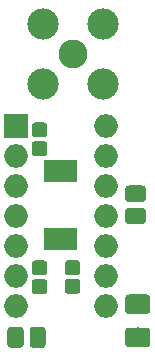
<source format=gbr>
G04 #@! TF.GenerationSoftware,KiCad,Pcbnew,(5.1.4)-1*
G04 #@! TF.CreationDate,2019-09-18T19:17:11-04:00*
G04 #@! TF.ProjectId,clock_buffer,636c6f63-6b5f-4627-9566-6665722e6b69,rev?*
G04 #@! TF.SameCoordinates,Original*
G04 #@! TF.FileFunction,Soldermask,Top*
G04 #@! TF.FilePolarity,Negative*
%FSLAX46Y46*%
G04 Gerber Fmt 4.6, Leading zero omitted, Abs format (unit mm)*
G04 Created by KiCad (PCBNEW (5.1.4)-1) date 2019-09-18 19:17:11*
%MOMM*%
%LPD*%
G04 APERTURE LIST*
%ADD10C,0.100000*%
%ADD11C,1.275000*%
%ADD12C,1.375000*%
%ADD13R,0.810000X1.970000*%
%ADD14C,1.650000*%
%ADD15O,2.000000X2.000000*%
%ADD16R,2.000000X2.000000*%
%ADD17C,2.650000*%
%ADD18C,2.450000*%
G04 APERTURE END LIST*
D10*
G36*
X148723493Y-108863535D02*
G01*
X148754435Y-108868125D01*
X148784778Y-108875725D01*
X148814230Y-108886263D01*
X148842508Y-108899638D01*
X148869338Y-108915719D01*
X148894463Y-108934353D01*
X148917640Y-108955360D01*
X148938647Y-108978537D01*
X148957281Y-109003662D01*
X148973362Y-109030492D01*
X148986737Y-109058770D01*
X148997275Y-109088222D01*
X149004875Y-109118565D01*
X149009465Y-109149507D01*
X149011000Y-109180750D01*
X149011000Y-109818250D01*
X149009465Y-109849493D01*
X149004875Y-109880435D01*
X148997275Y-109910778D01*
X148986737Y-109940230D01*
X148973362Y-109968508D01*
X148957281Y-109995338D01*
X148938647Y-110020463D01*
X148917640Y-110043640D01*
X148894463Y-110064647D01*
X148869338Y-110083281D01*
X148842508Y-110099362D01*
X148814230Y-110112737D01*
X148784778Y-110123275D01*
X148754435Y-110130875D01*
X148723493Y-110135465D01*
X148692250Y-110137000D01*
X147979750Y-110137000D01*
X147948507Y-110135465D01*
X147917565Y-110130875D01*
X147887222Y-110123275D01*
X147857770Y-110112737D01*
X147829492Y-110099362D01*
X147802662Y-110083281D01*
X147777537Y-110064647D01*
X147754360Y-110043640D01*
X147733353Y-110020463D01*
X147714719Y-109995338D01*
X147698638Y-109968508D01*
X147685263Y-109940230D01*
X147674725Y-109910778D01*
X147667125Y-109880435D01*
X147662535Y-109849493D01*
X147661000Y-109818250D01*
X147661000Y-109180750D01*
X147662535Y-109149507D01*
X147667125Y-109118565D01*
X147674725Y-109088222D01*
X147685263Y-109058770D01*
X147698638Y-109030492D01*
X147714719Y-109003662D01*
X147733353Y-108978537D01*
X147754360Y-108955360D01*
X147777537Y-108934353D01*
X147802662Y-108915719D01*
X147829492Y-108899638D01*
X147857770Y-108886263D01*
X147887222Y-108875725D01*
X147917565Y-108868125D01*
X147948507Y-108863535D01*
X147979750Y-108862000D01*
X148692250Y-108862000D01*
X148723493Y-108863535D01*
X148723493Y-108863535D01*
G37*
D11*
X148336000Y-109499500D03*
D10*
G36*
X148723493Y-107288535D02*
G01*
X148754435Y-107293125D01*
X148784778Y-107300725D01*
X148814230Y-107311263D01*
X148842508Y-107324638D01*
X148869338Y-107340719D01*
X148894463Y-107359353D01*
X148917640Y-107380360D01*
X148938647Y-107403537D01*
X148957281Y-107428662D01*
X148973362Y-107455492D01*
X148986737Y-107483770D01*
X148997275Y-107513222D01*
X149004875Y-107543565D01*
X149009465Y-107574507D01*
X149011000Y-107605750D01*
X149011000Y-108243250D01*
X149009465Y-108274493D01*
X149004875Y-108305435D01*
X148997275Y-108335778D01*
X148986737Y-108365230D01*
X148973362Y-108393508D01*
X148957281Y-108420338D01*
X148938647Y-108445463D01*
X148917640Y-108468640D01*
X148894463Y-108489647D01*
X148869338Y-108508281D01*
X148842508Y-108524362D01*
X148814230Y-108537737D01*
X148784778Y-108548275D01*
X148754435Y-108555875D01*
X148723493Y-108560465D01*
X148692250Y-108562000D01*
X147979750Y-108562000D01*
X147948507Y-108560465D01*
X147917565Y-108555875D01*
X147887222Y-108548275D01*
X147857770Y-108537737D01*
X147829492Y-108524362D01*
X147802662Y-108508281D01*
X147777537Y-108489647D01*
X147754360Y-108468640D01*
X147733353Y-108445463D01*
X147714719Y-108420338D01*
X147698638Y-108393508D01*
X147685263Y-108365230D01*
X147674725Y-108335778D01*
X147667125Y-108305435D01*
X147662535Y-108274493D01*
X147661000Y-108243250D01*
X147661000Y-107605750D01*
X147662535Y-107574507D01*
X147667125Y-107543565D01*
X147674725Y-107513222D01*
X147685263Y-107483770D01*
X147698638Y-107455492D01*
X147714719Y-107428662D01*
X147733353Y-107403537D01*
X147754360Y-107380360D01*
X147777537Y-107359353D01*
X147802662Y-107340719D01*
X147829492Y-107324638D01*
X147857770Y-107311263D01*
X147887222Y-107300725D01*
X147917565Y-107293125D01*
X147948507Y-107288535D01*
X147979750Y-107287000D01*
X148692250Y-107287000D01*
X148723493Y-107288535D01*
X148723493Y-107288535D01*
G37*
D11*
X148336000Y-107924500D03*
D10*
G36*
X151517493Y-107263035D02*
G01*
X151548435Y-107267625D01*
X151578778Y-107275225D01*
X151608230Y-107285763D01*
X151636508Y-107299138D01*
X151663338Y-107315219D01*
X151688463Y-107333853D01*
X151711640Y-107354860D01*
X151732647Y-107378037D01*
X151751281Y-107403162D01*
X151767362Y-107429992D01*
X151780737Y-107458270D01*
X151791275Y-107487722D01*
X151798875Y-107518065D01*
X151803465Y-107549007D01*
X151805000Y-107580250D01*
X151805000Y-108217750D01*
X151803465Y-108248993D01*
X151798875Y-108279935D01*
X151791275Y-108310278D01*
X151780737Y-108339730D01*
X151767362Y-108368008D01*
X151751281Y-108394838D01*
X151732647Y-108419963D01*
X151711640Y-108443140D01*
X151688463Y-108464147D01*
X151663338Y-108482781D01*
X151636508Y-108498862D01*
X151608230Y-108512237D01*
X151578778Y-108522775D01*
X151548435Y-108530375D01*
X151517493Y-108534965D01*
X151486250Y-108536500D01*
X150773750Y-108536500D01*
X150742507Y-108534965D01*
X150711565Y-108530375D01*
X150681222Y-108522775D01*
X150651770Y-108512237D01*
X150623492Y-108498862D01*
X150596662Y-108482781D01*
X150571537Y-108464147D01*
X150548360Y-108443140D01*
X150527353Y-108419963D01*
X150508719Y-108394838D01*
X150492638Y-108368008D01*
X150479263Y-108339730D01*
X150468725Y-108310278D01*
X150461125Y-108279935D01*
X150456535Y-108248993D01*
X150455000Y-108217750D01*
X150455000Y-107580250D01*
X150456535Y-107549007D01*
X150461125Y-107518065D01*
X150468725Y-107487722D01*
X150479263Y-107458270D01*
X150492638Y-107429992D01*
X150508719Y-107403162D01*
X150527353Y-107378037D01*
X150548360Y-107354860D01*
X150571537Y-107333853D01*
X150596662Y-107315219D01*
X150623492Y-107299138D01*
X150651770Y-107285763D01*
X150681222Y-107275225D01*
X150711565Y-107267625D01*
X150742507Y-107263035D01*
X150773750Y-107261500D01*
X151486250Y-107261500D01*
X151517493Y-107263035D01*
X151517493Y-107263035D01*
G37*
D11*
X151130000Y-107899000D03*
D10*
G36*
X151517493Y-108838035D02*
G01*
X151548435Y-108842625D01*
X151578778Y-108850225D01*
X151608230Y-108860763D01*
X151636508Y-108874138D01*
X151663338Y-108890219D01*
X151688463Y-108908853D01*
X151711640Y-108929860D01*
X151732647Y-108953037D01*
X151751281Y-108978162D01*
X151767362Y-109004992D01*
X151780737Y-109033270D01*
X151791275Y-109062722D01*
X151798875Y-109093065D01*
X151803465Y-109124007D01*
X151805000Y-109155250D01*
X151805000Y-109792750D01*
X151803465Y-109823993D01*
X151798875Y-109854935D01*
X151791275Y-109885278D01*
X151780737Y-109914730D01*
X151767362Y-109943008D01*
X151751281Y-109969838D01*
X151732647Y-109994963D01*
X151711640Y-110018140D01*
X151688463Y-110039147D01*
X151663338Y-110057781D01*
X151636508Y-110073862D01*
X151608230Y-110087237D01*
X151578778Y-110097775D01*
X151548435Y-110105375D01*
X151517493Y-110109965D01*
X151486250Y-110111500D01*
X150773750Y-110111500D01*
X150742507Y-110109965D01*
X150711565Y-110105375D01*
X150681222Y-110097775D01*
X150651770Y-110087237D01*
X150623492Y-110073862D01*
X150596662Y-110057781D01*
X150571537Y-110039147D01*
X150548360Y-110018140D01*
X150527353Y-109994963D01*
X150508719Y-109969838D01*
X150492638Y-109943008D01*
X150479263Y-109914730D01*
X150468725Y-109885278D01*
X150461125Y-109854935D01*
X150456535Y-109823993D01*
X150455000Y-109792750D01*
X150455000Y-109155250D01*
X150456535Y-109124007D01*
X150461125Y-109093065D01*
X150468725Y-109062722D01*
X150479263Y-109033270D01*
X150492638Y-109004992D01*
X150508719Y-108978162D01*
X150527353Y-108953037D01*
X150548360Y-108929860D01*
X150571537Y-108908853D01*
X150596662Y-108890219D01*
X150623492Y-108874138D01*
X150651770Y-108860763D01*
X150681222Y-108850225D01*
X150711565Y-108842625D01*
X150742507Y-108838035D01*
X150773750Y-108836500D01*
X151486250Y-108836500D01*
X151517493Y-108838035D01*
X151517493Y-108838035D01*
G37*
D11*
X151130000Y-109474000D03*
D10*
G36*
X148723493Y-97179535D02*
G01*
X148754435Y-97184125D01*
X148784778Y-97191725D01*
X148814230Y-97202263D01*
X148842508Y-97215638D01*
X148869338Y-97231719D01*
X148894463Y-97250353D01*
X148917640Y-97271360D01*
X148938647Y-97294537D01*
X148957281Y-97319662D01*
X148973362Y-97346492D01*
X148986737Y-97374770D01*
X148997275Y-97404222D01*
X149004875Y-97434565D01*
X149009465Y-97465507D01*
X149011000Y-97496750D01*
X149011000Y-98134250D01*
X149009465Y-98165493D01*
X149004875Y-98196435D01*
X148997275Y-98226778D01*
X148986737Y-98256230D01*
X148973362Y-98284508D01*
X148957281Y-98311338D01*
X148938647Y-98336463D01*
X148917640Y-98359640D01*
X148894463Y-98380647D01*
X148869338Y-98399281D01*
X148842508Y-98415362D01*
X148814230Y-98428737D01*
X148784778Y-98439275D01*
X148754435Y-98446875D01*
X148723493Y-98451465D01*
X148692250Y-98453000D01*
X147979750Y-98453000D01*
X147948507Y-98451465D01*
X147917565Y-98446875D01*
X147887222Y-98439275D01*
X147857770Y-98428737D01*
X147829492Y-98415362D01*
X147802662Y-98399281D01*
X147777537Y-98380647D01*
X147754360Y-98359640D01*
X147733353Y-98336463D01*
X147714719Y-98311338D01*
X147698638Y-98284508D01*
X147685263Y-98256230D01*
X147674725Y-98226778D01*
X147667125Y-98196435D01*
X147662535Y-98165493D01*
X147661000Y-98134250D01*
X147661000Y-97496750D01*
X147662535Y-97465507D01*
X147667125Y-97434565D01*
X147674725Y-97404222D01*
X147685263Y-97374770D01*
X147698638Y-97346492D01*
X147714719Y-97319662D01*
X147733353Y-97294537D01*
X147754360Y-97271360D01*
X147777537Y-97250353D01*
X147802662Y-97231719D01*
X147829492Y-97215638D01*
X147857770Y-97202263D01*
X147887222Y-97191725D01*
X147917565Y-97184125D01*
X147948507Y-97179535D01*
X147979750Y-97178000D01*
X148692250Y-97178000D01*
X148723493Y-97179535D01*
X148723493Y-97179535D01*
G37*
D11*
X148336000Y-97815500D03*
D10*
G36*
X148723493Y-95604535D02*
G01*
X148754435Y-95609125D01*
X148784778Y-95616725D01*
X148814230Y-95627263D01*
X148842508Y-95640638D01*
X148869338Y-95656719D01*
X148894463Y-95675353D01*
X148917640Y-95696360D01*
X148938647Y-95719537D01*
X148957281Y-95744662D01*
X148973362Y-95771492D01*
X148986737Y-95799770D01*
X148997275Y-95829222D01*
X149004875Y-95859565D01*
X149009465Y-95890507D01*
X149011000Y-95921750D01*
X149011000Y-96559250D01*
X149009465Y-96590493D01*
X149004875Y-96621435D01*
X148997275Y-96651778D01*
X148986737Y-96681230D01*
X148973362Y-96709508D01*
X148957281Y-96736338D01*
X148938647Y-96761463D01*
X148917640Y-96784640D01*
X148894463Y-96805647D01*
X148869338Y-96824281D01*
X148842508Y-96840362D01*
X148814230Y-96853737D01*
X148784778Y-96864275D01*
X148754435Y-96871875D01*
X148723493Y-96876465D01*
X148692250Y-96878000D01*
X147979750Y-96878000D01*
X147948507Y-96876465D01*
X147917565Y-96871875D01*
X147887222Y-96864275D01*
X147857770Y-96853737D01*
X147829492Y-96840362D01*
X147802662Y-96824281D01*
X147777537Y-96805647D01*
X147754360Y-96784640D01*
X147733353Y-96761463D01*
X147714719Y-96736338D01*
X147698638Y-96709508D01*
X147685263Y-96681230D01*
X147674725Y-96651778D01*
X147667125Y-96621435D01*
X147662535Y-96590493D01*
X147661000Y-96559250D01*
X147661000Y-95921750D01*
X147662535Y-95890507D01*
X147667125Y-95859565D01*
X147674725Y-95829222D01*
X147685263Y-95799770D01*
X147698638Y-95771492D01*
X147714719Y-95744662D01*
X147733353Y-95719537D01*
X147754360Y-95696360D01*
X147777537Y-95675353D01*
X147802662Y-95656719D01*
X147829492Y-95640638D01*
X147857770Y-95627263D01*
X147887222Y-95616725D01*
X147917565Y-95609125D01*
X147948507Y-95604535D01*
X147979750Y-95603000D01*
X148692250Y-95603000D01*
X148723493Y-95604535D01*
X148723493Y-95604535D01*
G37*
D11*
X148336000Y-96240500D03*
D10*
G36*
X146681443Y-112893655D02*
G01*
X146714812Y-112898605D01*
X146747535Y-112906802D01*
X146779297Y-112918166D01*
X146809793Y-112932590D01*
X146838727Y-112949932D01*
X146865823Y-112970028D01*
X146890818Y-112992682D01*
X146913472Y-113017677D01*
X146933568Y-113044773D01*
X146950910Y-113073707D01*
X146965334Y-113104203D01*
X146976698Y-113135965D01*
X146984895Y-113168688D01*
X146989845Y-113202057D01*
X146991500Y-113235750D01*
X146991500Y-114348250D01*
X146989845Y-114381943D01*
X146984895Y-114415312D01*
X146976698Y-114448035D01*
X146965334Y-114479797D01*
X146950910Y-114510293D01*
X146933568Y-114539227D01*
X146913472Y-114566323D01*
X146890818Y-114591318D01*
X146865823Y-114613972D01*
X146838727Y-114634068D01*
X146809793Y-114651410D01*
X146779297Y-114665834D01*
X146747535Y-114677198D01*
X146714812Y-114685395D01*
X146681443Y-114690345D01*
X146647750Y-114692000D01*
X145960250Y-114692000D01*
X145926557Y-114690345D01*
X145893188Y-114685395D01*
X145860465Y-114677198D01*
X145828703Y-114665834D01*
X145798207Y-114651410D01*
X145769273Y-114634068D01*
X145742177Y-114613972D01*
X145717182Y-114591318D01*
X145694528Y-114566323D01*
X145674432Y-114539227D01*
X145657090Y-114510293D01*
X145642666Y-114479797D01*
X145631302Y-114448035D01*
X145623105Y-114415312D01*
X145618155Y-114381943D01*
X145616500Y-114348250D01*
X145616500Y-113235750D01*
X145618155Y-113202057D01*
X145623105Y-113168688D01*
X145631302Y-113135965D01*
X145642666Y-113104203D01*
X145657090Y-113073707D01*
X145674432Y-113044773D01*
X145694528Y-113017677D01*
X145717182Y-112992682D01*
X145742177Y-112970028D01*
X145769273Y-112949932D01*
X145798207Y-112932590D01*
X145828703Y-112918166D01*
X145860465Y-112906802D01*
X145893188Y-112898605D01*
X145926557Y-112893655D01*
X145960250Y-112892000D01*
X146647750Y-112892000D01*
X146681443Y-112893655D01*
X146681443Y-112893655D01*
G37*
D12*
X146304000Y-113792000D03*
D10*
G36*
X148556443Y-112893655D02*
G01*
X148589812Y-112898605D01*
X148622535Y-112906802D01*
X148654297Y-112918166D01*
X148684793Y-112932590D01*
X148713727Y-112949932D01*
X148740823Y-112970028D01*
X148765818Y-112992682D01*
X148788472Y-113017677D01*
X148808568Y-113044773D01*
X148825910Y-113073707D01*
X148840334Y-113104203D01*
X148851698Y-113135965D01*
X148859895Y-113168688D01*
X148864845Y-113202057D01*
X148866500Y-113235750D01*
X148866500Y-114348250D01*
X148864845Y-114381943D01*
X148859895Y-114415312D01*
X148851698Y-114448035D01*
X148840334Y-114479797D01*
X148825910Y-114510293D01*
X148808568Y-114539227D01*
X148788472Y-114566323D01*
X148765818Y-114591318D01*
X148740823Y-114613972D01*
X148713727Y-114634068D01*
X148684793Y-114651410D01*
X148654297Y-114665834D01*
X148622535Y-114677198D01*
X148589812Y-114685395D01*
X148556443Y-114690345D01*
X148522750Y-114692000D01*
X147835250Y-114692000D01*
X147801557Y-114690345D01*
X147768188Y-114685395D01*
X147735465Y-114677198D01*
X147703703Y-114665834D01*
X147673207Y-114651410D01*
X147644273Y-114634068D01*
X147617177Y-114613972D01*
X147592182Y-114591318D01*
X147569528Y-114566323D01*
X147549432Y-114539227D01*
X147532090Y-114510293D01*
X147517666Y-114479797D01*
X147506302Y-114448035D01*
X147498105Y-114415312D01*
X147493155Y-114381943D01*
X147491500Y-114348250D01*
X147491500Y-113235750D01*
X147493155Y-113202057D01*
X147498105Y-113168688D01*
X147506302Y-113135965D01*
X147517666Y-113104203D01*
X147532090Y-113073707D01*
X147549432Y-113044773D01*
X147569528Y-113017677D01*
X147592182Y-112992682D01*
X147617177Y-112970028D01*
X147644273Y-112949932D01*
X147673207Y-112932590D01*
X147703703Y-112918166D01*
X147735465Y-112906802D01*
X147768188Y-112898605D01*
X147801557Y-112893655D01*
X147835250Y-112892000D01*
X148522750Y-112892000D01*
X148556443Y-112893655D01*
X148556443Y-112893655D01*
G37*
D12*
X148179000Y-113792000D03*
D10*
G36*
X157053943Y-100944155D02*
G01*
X157087312Y-100949105D01*
X157120035Y-100957302D01*
X157151797Y-100968666D01*
X157182293Y-100983090D01*
X157211227Y-101000432D01*
X157238323Y-101020528D01*
X157263318Y-101043182D01*
X157285972Y-101068177D01*
X157306068Y-101095273D01*
X157323410Y-101124207D01*
X157337834Y-101154703D01*
X157349198Y-101186465D01*
X157357395Y-101219188D01*
X157362345Y-101252557D01*
X157364000Y-101286250D01*
X157364000Y-101973750D01*
X157362345Y-102007443D01*
X157357395Y-102040812D01*
X157349198Y-102073535D01*
X157337834Y-102105297D01*
X157323410Y-102135793D01*
X157306068Y-102164727D01*
X157285972Y-102191823D01*
X157263318Y-102216818D01*
X157238323Y-102239472D01*
X157211227Y-102259568D01*
X157182293Y-102276910D01*
X157151797Y-102291334D01*
X157120035Y-102302698D01*
X157087312Y-102310895D01*
X157053943Y-102315845D01*
X157020250Y-102317500D01*
X155907750Y-102317500D01*
X155874057Y-102315845D01*
X155840688Y-102310895D01*
X155807965Y-102302698D01*
X155776203Y-102291334D01*
X155745707Y-102276910D01*
X155716773Y-102259568D01*
X155689677Y-102239472D01*
X155664682Y-102216818D01*
X155642028Y-102191823D01*
X155621932Y-102164727D01*
X155604590Y-102135793D01*
X155590166Y-102105297D01*
X155578802Y-102073535D01*
X155570605Y-102040812D01*
X155565655Y-102007443D01*
X155564000Y-101973750D01*
X155564000Y-101286250D01*
X155565655Y-101252557D01*
X155570605Y-101219188D01*
X155578802Y-101186465D01*
X155590166Y-101154703D01*
X155604590Y-101124207D01*
X155621932Y-101095273D01*
X155642028Y-101068177D01*
X155664682Y-101043182D01*
X155689677Y-101020528D01*
X155716773Y-101000432D01*
X155745707Y-100983090D01*
X155776203Y-100968666D01*
X155807965Y-100957302D01*
X155840688Y-100949105D01*
X155874057Y-100944155D01*
X155907750Y-100942500D01*
X157020250Y-100942500D01*
X157053943Y-100944155D01*
X157053943Y-100944155D01*
G37*
D12*
X156464000Y-101630000D03*
D10*
G36*
X157053943Y-102819155D02*
G01*
X157087312Y-102824105D01*
X157120035Y-102832302D01*
X157151797Y-102843666D01*
X157182293Y-102858090D01*
X157211227Y-102875432D01*
X157238323Y-102895528D01*
X157263318Y-102918182D01*
X157285972Y-102943177D01*
X157306068Y-102970273D01*
X157323410Y-102999207D01*
X157337834Y-103029703D01*
X157349198Y-103061465D01*
X157357395Y-103094188D01*
X157362345Y-103127557D01*
X157364000Y-103161250D01*
X157364000Y-103848750D01*
X157362345Y-103882443D01*
X157357395Y-103915812D01*
X157349198Y-103948535D01*
X157337834Y-103980297D01*
X157323410Y-104010793D01*
X157306068Y-104039727D01*
X157285972Y-104066823D01*
X157263318Y-104091818D01*
X157238323Y-104114472D01*
X157211227Y-104134568D01*
X157182293Y-104151910D01*
X157151797Y-104166334D01*
X157120035Y-104177698D01*
X157087312Y-104185895D01*
X157053943Y-104190845D01*
X157020250Y-104192500D01*
X155907750Y-104192500D01*
X155874057Y-104190845D01*
X155840688Y-104185895D01*
X155807965Y-104177698D01*
X155776203Y-104166334D01*
X155745707Y-104151910D01*
X155716773Y-104134568D01*
X155689677Y-104114472D01*
X155664682Y-104091818D01*
X155642028Y-104066823D01*
X155621932Y-104039727D01*
X155604590Y-104010793D01*
X155590166Y-103980297D01*
X155578802Y-103948535D01*
X155570605Y-103915812D01*
X155565655Y-103882443D01*
X155564000Y-103848750D01*
X155564000Y-103161250D01*
X155565655Y-103127557D01*
X155570605Y-103094188D01*
X155578802Y-103061465D01*
X155590166Y-103029703D01*
X155604590Y-102999207D01*
X155621932Y-102970273D01*
X155642028Y-102943177D01*
X155664682Y-102918182D01*
X155689677Y-102895528D01*
X155716773Y-102875432D01*
X155745707Y-102858090D01*
X155776203Y-102843666D01*
X155807965Y-102832302D01*
X155840688Y-102824105D01*
X155874057Y-102819155D01*
X155907750Y-102817500D01*
X157020250Y-102817500D01*
X157053943Y-102819155D01*
X157053943Y-102819155D01*
G37*
D12*
X156464000Y-103505000D03*
D13*
X151089000Y-105486000D03*
X150439000Y-105486000D03*
X149789000Y-105486000D03*
X149139000Y-105486000D03*
X149139000Y-99746000D03*
X149789000Y-99746000D03*
X150439000Y-99746000D03*
X151089000Y-99746000D03*
D10*
G36*
X157431846Y-112968589D02*
G01*
X157463880Y-112973341D01*
X157495294Y-112981210D01*
X157525786Y-112992120D01*
X157555061Y-113005966D01*
X157582838Y-113022615D01*
X157608850Y-113041907D01*
X157632845Y-113063655D01*
X157654593Y-113087650D01*
X157673885Y-113113662D01*
X157690534Y-113141439D01*
X157704380Y-113170714D01*
X157715290Y-113201206D01*
X157723159Y-113232620D01*
X157727911Y-113264654D01*
X157729500Y-113297000D01*
X157729500Y-114287000D01*
X157727911Y-114319346D01*
X157723159Y-114351380D01*
X157715290Y-114382794D01*
X157704380Y-114413286D01*
X157690534Y-114442561D01*
X157673885Y-114470338D01*
X157654593Y-114496350D01*
X157632845Y-114520345D01*
X157608850Y-114542093D01*
X157582838Y-114561385D01*
X157555061Y-114578034D01*
X157525786Y-114591880D01*
X157495294Y-114602790D01*
X157463880Y-114610659D01*
X157431846Y-114615411D01*
X157399500Y-114617000D01*
X155909500Y-114617000D01*
X155877154Y-114615411D01*
X155845120Y-114610659D01*
X155813706Y-114602790D01*
X155783214Y-114591880D01*
X155753939Y-114578034D01*
X155726162Y-114561385D01*
X155700150Y-114542093D01*
X155676155Y-114520345D01*
X155654407Y-114496350D01*
X155635115Y-114470338D01*
X155618466Y-114442561D01*
X155604620Y-114413286D01*
X155593710Y-114382794D01*
X155585841Y-114351380D01*
X155581089Y-114319346D01*
X155579500Y-114287000D01*
X155579500Y-113297000D01*
X155581089Y-113264654D01*
X155585841Y-113232620D01*
X155593710Y-113201206D01*
X155604620Y-113170714D01*
X155618466Y-113141439D01*
X155635115Y-113113662D01*
X155654407Y-113087650D01*
X155676155Y-113063655D01*
X155700150Y-113041907D01*
X155726162Y-113022615D01*
X155753939Y-113005966D01*
X155783214Y-112992120D01*
X155813706Y-112981210D01*
X155845120Y-112973341D01*
X155877154Y-112968589D01*
X155909500Y-112967000D01*
X157399500Y-112967000D01*
X157431846Y-112968589D01*
X157431846Y-112968589D01*
G37*
D14*
X156654500Y-113792000D03*
D10*
G36*
X157431846Y-110168589D02*
G01*
X157463880Y-110173341D01*
X157495294Y-110181210D01*
X157525786Y-110192120D01*
X157555061Y-110205966D01*
X157582838Y-110222615D01*
X157608850Y-110241907D01*
X157632845Y-110263655D01*
X157654593Y-110287650D01*
X157673885Y-110313662D01*
X157690534Y-110341439D01*
X157704380Y-110370714D01*
X157715290Y-110401206D01*
X157723159Y-110432620D01*
X157727911Y-110464654D01*
X157729500Y-110497000D01*
X157729500Y-111487000D01*
X157727911Y-111519346D01*
X157723159Y-111551380D01*
X157715290Y-111582794D01*
X157704380Y-111613286D01*
X157690534Y-111642561D01*
X157673885Y-111670338D01*
X157654593Y-111696350D01*
X157632845Y-111720345D01*
X157608850Y-111742093D01*
X157582838Y-111761385D01*
X157555061Y-111778034D01*
X157525786Y-111791880D01*
X157495294Y-111802790D01*
X157463880Y-111810659D01*
X157431846Y-111815411D01*
X157399500Y-111817000D01*
X155909500Y-111817000D01*
X155877154Y-111815411D01*
X155845120Y-111810659D01*
X155813706Y-111802790D01*
X155783214Y-111791880D01*
X155753939Y-111778034D01*
X155726162Y-111761385D01*
X155700150Y-111742093D01*
X155676155Y-111720345D01*
X155654407Y-111696350D01*
X155635115Y-111670338D01*
X155618466Y-111642561D01*
X155604620Y-111613286D01*
X155593710Y-111582794D01*
X155585841Y-111551380D01*
X155581089Y-111519346D01*
X155579500Y-111487000D01*
X155579500Y-110497000D01*
X155581089Y-110464654D01*
X155585841Y-110432620D01*
X155593710Y-110401206D01*
X155604620Y-110370714D01*
X155618466Y-110341439D01*
X155635115Y-110313662D01*
X155654407Y-110287650D01*
X155676155Y-110263655D01*
X155700150Y-110241907D01*
X155726162Y-110222615D01*
X155753939Y-110205966D01*
X155783214Y-110192120D01*
X155813706Y-110181210D01*
X155845120Y-110173341D01*
X155877154Y-110168589D01*
X155909500Y-110167000D01*
X157399500Y-110167000D01*
X157431846Y-110168589D01*
X157431846Y-110168589D01*
G37*
D14*
X156654500Y-110992000D03*
D15*
X153924000Y-95885000D03*
X146304000Y-111125000D03*
X153924000Y-98425000D03*
X146304000Y-108585000D03*
X153924000Y-100965000D03*
X146304000Y-106045000D03*
X153924000Y-103505000D03*
X146304000Y-103505000D03*
X153924000Y-106045000D03*
X146304000Y-100965000D03*
X153924000Y-108585000D03*
X146304000Y-98425000D03*
X153924000Y-111125000D03*
D16*
X146304000Y-95885000D03*
D17*
X148590000Y-92329000D03*
X148590000Y-87249000D03*
X153670000Y-87249000D03*
X153670000Y-92329000D03*
D18*
X151130000Y-89789000D03*
M02*

</source>
